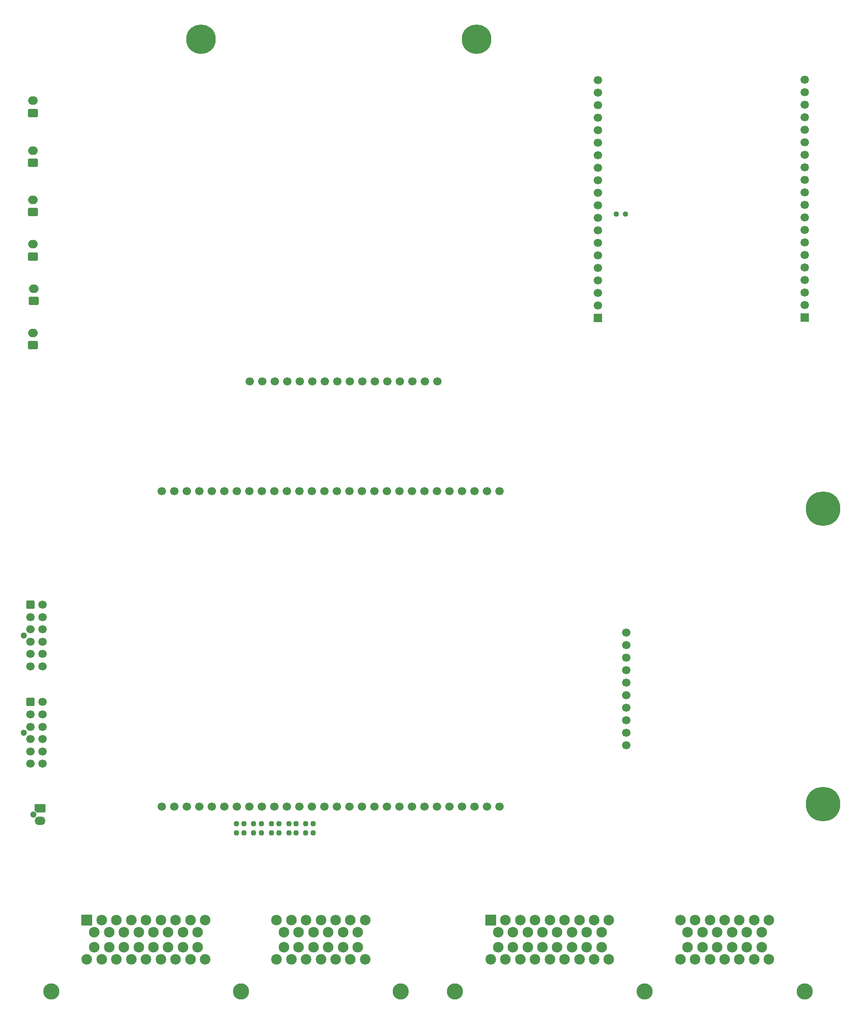
<source format=gbr>
%TF.GenerationSoftware,KiCad,Pcbnew,9.0.2*%
%TF.CreationDate,2025-06-04T19:48:03+07:00*%
%TF.ProjectId,VCU,5643552e-6b69-4636-9164-5f7063625858,rev?*%
%TF.SameCoordinates,Original*%
%TF.FileFunction,Soldermask,Top*%
%TF.FilePolarity,Negative*%
%FSLAX46Y46*%
G04 Gerber Fmt 4.6, Leading zero omitted, Abs format (unit mm)*
G04 Created by KiCad (PCBNEW 9.0.2) date 2025-06-04 19:48:03*
%MOMM*%
%LPD*%
G01*
G04 APERTURE LIST*
G04 Aperture macros list*
%AMRoundRect*
0 Rectangle with rounded corners*
0 $1 Rounding radius*
0 $2 $3 $4 $5 $6 $7 $8 $9 X,Y pos of 4 corners*
0 Add a 4 corners polygon primitive as box body*
4,1,4,$2,$3,$4,$5,$6,$7,$8,$9,$2,$3,0*
0 Add four circle primitives for the rounded corners*
1,1,$1+$1,$2,$3*
1,1,$1+$1,$4,$5*
1,1,$1+$1,$6,$7*
1,1,$1+$1,$8,$9*
0 Add four rect primitives between the rounded corners*
20,1,$1+$1,$2,$3,$4,$5,0*
20,1,$1+$1,$4,$5,$6,$7,0*
20,1,$1+$1,$6,$7,$8,$9,0*
20,1,$1+$1,$8,$9,$2,$3,0*%
%AMFreePoly0*
4,1,22,0.945671,0.830970,1.026777,0.776777,1.080970,0.695671,1.100000,0.600000,1.100000,-0.600000,1.080970,-0.695671,1.026777,-0.776777,0.945671,-0.830970,0.850000,-0.850000,-0.596447,-0.850000,-0.692118,-0.830970,-0.773224,-0.776777,-1.026777,-0.523224,-1.080970,-0.442118,-1.100000,-0.346447,-1.100000,0.600000,-1.080970,0.695671,-1.026777,0.776777,-0.945671,0.830970,-0.850000,0.850000,
0.850000,0.850000,0.945671,0.830970,0.945671,0.830970,$1*%
G04 Aperture macros list end*
%ADD10RoundRect,0.237500X-0.237500X0.250000X-0.237500X-0.250000X0.237500X-0.250000X0.237500X0.250000X0*%
%ADD11RoundRect,0.250000X0.750000X-0.600000X0.750000X0.600000X-0.750000X0.600000X-0.750000X-0.600000X0*%
%ADD12O,2.000000X1.700000*%
%ADD13C,1.300000*%
%ADD14RoundRect,0.250000X-0.600000X-0.600000X0.600000X-0.600000X0.600000X0.600000X-0.600000X0.600000X0*%
%ADD15C,1.700000*%
%ADD16C,6.000000*%
%ADD17C,7.000000*%
%ADD18RoundRect,0.237500X-0.250000X-0.237500X0.250000X-0.237500X0.250000X0.237500X-0.250000X0.237500X0*%
%ADD19FreePoly0,0.000000*%
%ADD20O,2.200000X1.700000*%
%ADD21C,3.300000*%
%ADD22RoundRect,0.102000X-0.975000X-0.975000X0.975000X-0.975000X0.975000X0.975000X-0.975000X0.975000X0*%
%ADD23C,2.154000*%
%ADD24R,1.700000X1.700000*%
G04 APERTURE END LIST*
D10*
%TO.C,R4*%
X218611691Y-270982881D03*
X218611691Y-272807881D03*
%TD*%
%TO.C,R8*%
X225700000Y-270975000D03*
X225700000Y-272800000D03*
%TD*%
D11*
%TO.C,VCU1*%
X175745565Y-173876387D03*
D12*
X175745565Y-171376387D03*
%TD*%
D13*
%TO.C,J9*%
X173910000Y-232775000D03*
D14*
X175250000Y-226525000D03*
D15*
X175250000Y-229025000D03*
X175250000Y-231525000D03*
X175250000Y-234025000D03*
X175250000Y-236525000D03*
X175250000Y-239025000D03*
X177750000Y-226525000D03*
X177750000Y-229025000D03*
X177750000Y-231525000D03*
X177750000Y-234025000D03*
X177750000Y-236525000D03*
X177750000Y-239025000D03*
%TD*%
D10*
%TO.C,R10*%
X229250000Y-270975000D03*
X229250000Y-272800000D03*
%TD*%
D15*
%TO.C,U4*%
X257900000Y-181250000D03*
X255360000Y-181250000D03*
X252820000Y-181250000D03*
X250280000Y-181250000D03*
X247740000Y-181250000D03*
X245200000Y-181250000D03*
X242660000Y-181250000D03*
X240120000Y-181250000D03*
X237580000Y-181250000D03*
X235040000Y-181250000D03*
X232500000Y-181250000D03*
X229960000Y-181250000D03*
D16*
X265900000Y-111750000D03*
D15*
X227420000Y-181250000D03*
D16*
X209900000Y-111750000D03*
D15*
X224880000Y-181250000D03*
X222340000Y-181250000D03*
X219800000Y-181250000D03*
%TD*%
D10*
%TO.C,R3*%
X217066559Y-270975000D03*
X217066559Y-272800000D03*
%TD*%
D11*
%TO.C,12V1*%
X175750000Y-126750000D03*
D12*
X175750000Y-124250000D03*
%TD*%
D11*
%TO.C,ALL1*%
X175745565Y-146876387D03*
D12*
X175745565Y-144376387D03*
%TD*%
D10*
%TO.C,R6*%
X222144192Y-270959536D03*
X222144192Y-272784536D03*
%TD*%
D15*
%TO.C,BSPD1*%
X296250000Y-255000000D03*
X296250000Y-252460000D03*
X296250000Y-249920000D03*
X296250000Y-247380000D03*
X296250000Y-244840000D03*
X296250000Y-242300000D03*
X296250000Y-239760000D03*
X296250000Y-237220000D03*
X296250000Y-234680000D03*
X296250000Y-232140000D03*
D17*
X336250000Y-207000000D03*
X336250000Y-267000000D03*
%TD*%
D18*
%TO.C,R1*%
X294275000Y-147300000D03*
X296100000Y-147300000D03*
%TD*%
D10*
%TO.C,R11*%
X231150000Y-270975000D03*
X231150000Y-272800000D03*
%TD*%
%TO.C,R12*%
X232700000Y-270975000D03*
X232700000Y-272800000D03*
%TD*%
D11*
%TO.C,TELEMETRY1*%
X175995565Y-164876387D03*
D12*
X175995565Y-162376387D03*
%TD*%
D10*
%TO.C,R5*%
X220600091Y-270962286D03*
X220600091Y-272787286D03*
%TD*%
D11*
%TO.C,BSPD2*%
X175745565Y-155876387D03*
D12*
X175745565Y-153376387D03*
%TD*%
D10*
%TO.C,R7*%
X224200000Y-270975000D03*
X224200000Y-272800000D03*
%TD*%
D15*
%TO.C,U2*%
X270500000Y-203500000D03*
X267960000Y-203500000D03*
X265420000Y-203500000D03*
X262880000Y-203500000D03*
X260340000Y-203500000D03*
X257800000Y-203500000D03*
X255260000Y-203500000D03*
X252720000Y-203500000D03*
X250180000Y-203500000D03*
X247640000Y-203500000D03*
X245100000Y-203500000D03*
X242560000Y-203500000D03*
X240020000Y-203500000D03*
X237480000Y-203500000D03*
X234940000Y-203500000D03*
X232400000Y-203500000D03*
X229860000Y-203500000D03*
X227320000Y-203500000D03*
X224780000Y-203500000D03*
X222240000Y-203500000D03*
X219700000Y-203500000D03*
X217160000Y-203500000D03*
X214620000Y-203500000D03*
X212080000Y-203500000D03*
X209540000Y-203500000D03*
X207000000Y-203500000D03*
X204460000Y-203500000D03*
X201920000Y-203500000D03*
X270500000Y-267500000D03*
X267960000Y-267500000D03*
X265420000Y-267500000D03*
X262880000Y-267500000D03*
X260340000Y-267500000D03*
X257800000Y-267500000D03*
X255260000Y-267500000D03*
X252720000Y-267500000D03*
X250180000Y-267500000D03*
X247640000Y-267500000D03*
X245100000Y-267500000D03*
X242560000Y-267500000D03*
X240020000Y-267500000D03*
X237480000Y-267500000D03*
X234940000Y-267500000D03*
X232400000Y-267500000D03*
X229860000Y-267500000D03*
X227320000Y-267500000D03*
X224780000Y-267500000D03*
X222240000Y-267500000D03*
X219700000Y-267500000D03*
X217160000Y-267500000D03*
X214620000Y-267500000D03*
X212080000Y-267500000D03*
X209540000Y-267500000D03*
X207000000Y-267500000D03*
X204460000Y-267500000D03*
X201920000Y-267500000D03*
%TD*%
D10*
%TO.C,R9*%
X227750000Y-270975000D03*
X227750000Y-272800000D03*
%TD*%
D13*
%TO.C,J10*%
X175885000Y-269075000D03*
D19*
X177225000Y-267825000D03*
D20*
X177225000Y-270325000D03*
%TD*%
D11*
%TO.C,3V3*%
X175750000Y-136850000D03*
D12*
X175750000Y-134350000D03*
%TD*%
D21*
%TO.C,J11*%
X261500000Y-305000000D03*
X300000000Y-305000000D03*
X332500000Y-305000000D03*
D22*
X268750000Y-290500000D03*
D23*
X271750000Y-290500000D03*
X274750000Y-290500000D03*
X277750000Y-290500000D03*
X280750000Y-290500000D03*
X283750000Y-290500000D03*
X286750000Y-290500000D03*
X289750000Y-290500000D03*
X292750000Y-290500000D03*
X270250000Y-293000000D03*
X273250000Y-293000000D03*
X276250000Y-293000000D03*
X279250000Y-293000000D03*
X282250000Y-293000000D03*
X285250000Y-293000000D03*
X288250000Y-293000000D03*
X291250000Y-293000000D03*
X270250000Y-296000000D03*
X273250000Y-296000000D03*
X276250000Y-296000000D03*
X279250000Y-296000000D03*
X282250000Y-296000000D03*
X285250000Y-296000000D03*
X288250000Y-296000000D03*
X291250000Y-296000000D03*
X268750000Y-298500000D03*
X271750000Y-298500000D03*
X274750000Y-298500000D03*
X277750000Y-298500000D03*
X280750000Y-298500000D03*
X283750000Y-298500000D03*
X286750000Y-298500000D03*
X289750000Y-298500000D03*
X292750000Y-298500000D03*
X307250000Y-290500000D03*
X310250000Y-290500000D03*
X313250000Y-290500000D03*
X316250000Y-290500000D03*
X319250000Y-290500000D03*
X322250000Y-290500000D03*
X325250000Y-290500000D03*
X308750000Y-293000000D03*
X311750000Y-293000000D03*
X314750000Y-293000000D03*
X317750000Y-293000000D03*
X320750000Y-293000000D03*
X323750000Y-293000000D03*
X308750000Y-296000000D03*
X311750000Y-296000000D03*
X314750000Y-296000000D03*
X317750000Y-296000000D03*
X320750000Y-296000000D03*
X323750000Y-296000000D03*
X307250000Y-298500000D03*
X310250000Y-298500000D03*
X313250000Y-298500000D03*
X316250000Y-298500000D03*
X319250000Y-298500000D03*
X322250000Y-298500000D03*
X325250000Y-298500000D03*
%TD*%
D21*
%TO.C,J1*%
X179500000Y-305000000D03*
X218000000Y-305000000D03*
X250500000Y-305000000D03*
D22*
X186750000Y-290500000D03*
D23*
X189750000Y-290500000D03*
X192750000Y-290500000D03*
X195750000Y-290500000D03*
X198750000Y-290500000D03*
X201750000Y-290500000D03*
X204750000Y-290500000D03*
X207750000Y-290500000D03*
X210750000Y-290500000D03*
X188250000Y-293000000D03*
X191250000Y-293000000D03*
X194250000Y-293000000D03*
X197250000Y-293000000D03*
X200250000Y-293000000D03*
X203250000Y-293000000D03*
X206250000Y-293000000D03*
X209250000Y-293000000D03*
X188250000Y-296000000D03*
X191250000Y-296000000D03*
X194250000Y-296000000D03*
X197250000Y-296000000D03*
X200250000Y-296000000D03*
X203250000Y-296000000D03*
X206250000Y-296000000D03*
X209250000Y-296000000D03*
X186750000Y-298500000D03*
X189750000Y-298500000D03*
X192750000Y-298500000D03*
X195750000Y-298500000D03*
X198750000Y-298500000D03*
X201750000Y-298500000D03*
X204750000Y-298500000D03*
X207750000Y-298500000D03*
X210750000Y-298500000D03*
X225250000Y-290500000D03*
X228250000Y-290500000D03*
X231250000Y-290500000D03*
X234250000Y-290500000D03*
X237250000Y-290500000D03*
X240250000Y-290500000D03*
X243250000Y-290500000D03*
X226750000Y-293000000D03*
X229750000Y-293000000D03*
X232750000Y-293000000D03*
X235750000Y-293000000D03*
X238750000Y-293000000D03*
X241750000Y-293000000D03*
X226750000Y-296000000D03*
X229750000Y-296000000D03*
X232750000Y-296000000D03*
X235750000Y-296000000D03*
X238750000Y-296000000D03*
X241750000Y-296000000D03*
X225250000Y-298500000D03*
X228250000Y-298500000D03*
X231250000Y-298500000D03*
X234250000Y-298500000D03*
X237250000Y-298500000D03*
X240250000Y-298500000D03*
X243250000Y-298500000D03*
%TD*%
D15*
%TO.C,U1*%
X290523223Y-120052774D03*
X290523223Y-125132774D03*
X290523223Y-130212774D03*
X290523223Y-135292774D03*
X290523223Y-137832774D03*
X290523223Y-140372774D03*
X290523223Y-142912774D03*
X290523223Y-150532774D03*
X290523223Y-155612774D03*
X290523223Y-160692774D03*
X290523223Y-163232774D03*
X290523223Y-165772774D03*
D24*
X290523223Y-168312774D03*
D15*
X332500000Y-125054884D03*
X332500000Y-127594884D03*
X332500000Y-130134884D03*
X332500000Y-132674884D03*
X332500000Y-135214884D03*
X332500000Y-137754884D03*
X332500000Y-140294884D03*
X332500000Y-142834884D03*
X332500000Y-145374884D03*
X332500000Y-147914884D03*
X332500000Y-150454884D03*
X332500000Y-152994884D03*
X332500000Y-155534884D03*
X332500000Y-158074884D03*
X332500000Y-160614884D03*
X332500000Y-163154884D03*
X332500000Y-165694884D03*
D24*
X332500000Y-168234884D03*
D15*
X290523223Y-122592774D03*
X290523223Y-127672774D03*
X290523223Y-132752774D03*
X290523223Y-145452774D03*
X290523223Y-147992774D03*
X290523223Y-153072774D03*
X290523223Y-158152774D03*
X332500000Y-119974884D03*
X332500000Y-122514884D03*
%TD*%
D13*
%TO.C,J8*%
X173910000Y-252525000D03*
D14*
X175250000Y-246275000D03*
D15*
X175250000Y-248775000D03*
X175250000Y-251275000D03*
X175250000Y-253775000D03*
X175250000Y-256275000D03*
X175250000Y-258775000D03*
X177750000Y-246275000D03*
X177750000Y-248775000D03*
X177750000Y-251275000D03*
X177750000Y-253775000D03*
X177750000Y-256275000D03*
X177750000Y-258775000D03*
%TD*%
M02*

</source>
